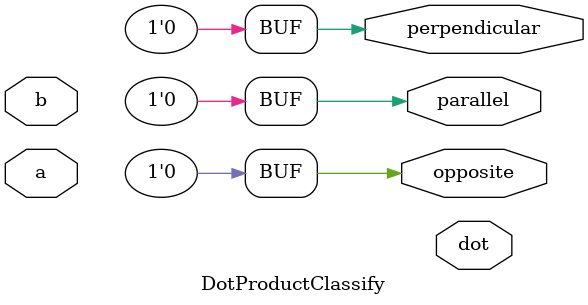
<source format=sv>

module DotProductClassify (
    input [95:0] a,
    input [95:0] b,
    output [31:0] dot,
    output parallel,
    output perpendicular,
    output opposite
);

    wire [31:0] zero;
    wire [31:0] pos_threshold;

    assign parallel = 0;
    assign perpendicular = 0;
    assign opposite = 0;

endmodule

</source>
